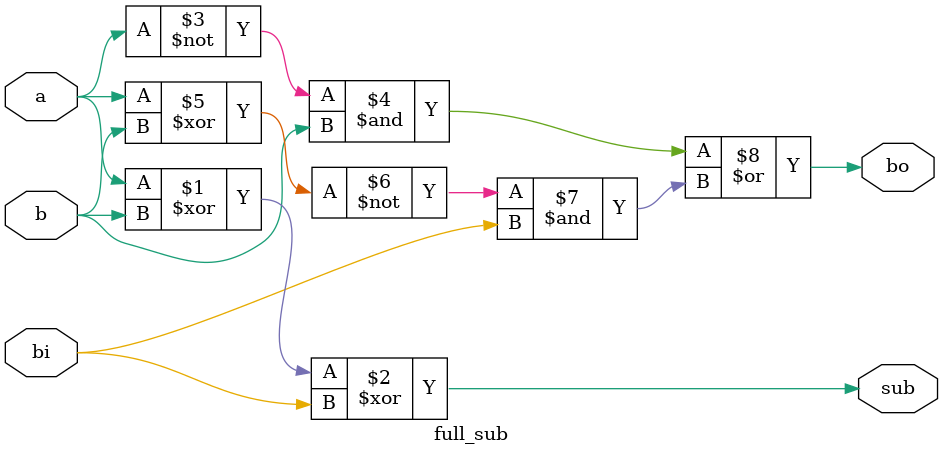
<source format=v>
module full_sub (a,b,bi,bo,sub) ;

input a,b,bi ; 
output bo,sub ; 

assign sub = a ^ b ^ bi ; 
assign bo = (~a & b) | ((~(a ^ b)) & bi) ;

endmodule 
</source>
